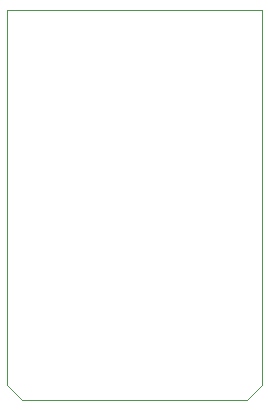
<source format=gbr>
%TF.GenerationSoftware,KiCad,Pcbnew,8.0.4*%
%TF.CreationDate,2024-08-02T21:44:17-04:00*%
%TF.ProjectId,MIDI-compatible,4d494449-2d63-46f6-9d70-617469626c65,rev?*%
%TF.SameCoordinates,Original*%
%TF.FileFunction,Profile,NP*%
%FSLAX46Y46*%
G04 Gerber Fmt 4.6, Leading zero omitted, Abs format (unit mm)*
G04 Created by KiCad (PCBNEW 8.0.4) date 2024-08-02 21:44:17*
%MOMM*%
%LPD*%
G01*
G04 APERTURE LIST*
%TA.AperFunction,Profile*%
%ADD10C,0.050000*%
%TD*%
G04 APERTURE END LIST*
D10*
X158750000Y-111760000D02*
X158750000Y-80010000D01*
X180340000Y-111760000D02*
X179070000Y-113030000D01*
X180340000Y-80010000D02*
X180340000Y-111760000D01*
X179070000Y-113030000D02*
X160020000Y-113030000D01*
X158750000Y-80010000D02*
X180340000Y-80010000D01*
X158750000Y-111760000D02*
X160020000Y-113030000D01*
M02*

</source>
